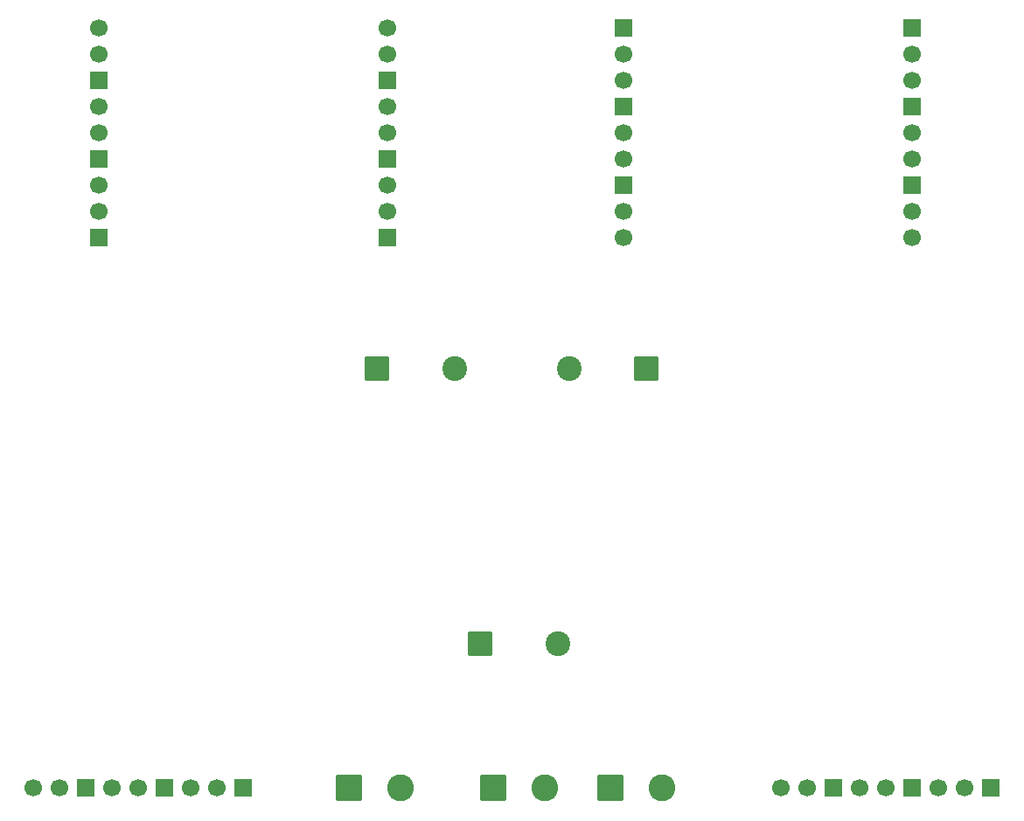
<source format=gbr>
%TF.GenerationSoftware,KiCad,Pcbnew,9.0.4*%
%TF.CreationDate,2025-09-09T23:45:02+02:00*%
%TF.ProjectId,hexapod,68657861-706f-4642-9e6b-696361645f70,rev?*%
%TF.SameCoordinates,Original*%
%TF.FileFunction,Soldermask,Top*%
%TF.FilePolarity,Negative*%
%FSLAX46Y46*%
G04 Gerber Fmt 4.6, Leading zero omitted, Abs format (unit mm)*
G04 Created by KiCad (PCBNEW 9.0.4) date 2025-09-09 23:45:02*
%MOMM*%
%LPD*%
G01*
G04 APERTURE LIST*
G04 Aperture macros list*
%AMRoundRect*
0 Rectangle with rounded corners*
0 $1 Rounding radius*
0 $2 $3 $4 $5 $6 $7 $8 $9 X,Y pos of 4 corners*
0 Add a 4 corners polygon primitive as box body*
4,1,4,$2,$3,$4,$5,$6,$7,$8,$9,$2,$3,0*
0 Add four circle primitives for the rounded corners*
1,1,$1+$1,$2,$3*
1,1,$1+$1,$4,$5*
1,1,$1+$1,$6,$7*
1,1,$1+$1,$8,$9*
0 Add four rect primitives between the rounded corners*
20,1,$1+$1,$2,$3,$4,$5,0*
20,1,$1+$1,$4,$5,$6,$7,0*
20,1,$1+$1,$6,$7,$8,$9,0*
20,1,$1+$1,$8,$9,$2,$3,0*%
G04 Aperture macros list end*
%ADD10R,1.700000X1.700000*%
%ADD11C,1.700000*%
%ADD12RoundRect,0.250000X-1.050000X-1.050000X1.050000X-1.050000X1.050000X1.050000X-1.050000X1.050000X0*%
%ADD13C,2.600000*%
%ADD14RoundRect,0.250001X-0.949999X-0.949999X0.949999X-0.949999X0.949999X0.949999X-0.949999X0.949999X0*%
%ADD15C,2.400000*%
%ADD16RoundRect,0.250001X0.949999X0.949999X-0.949999X0.949999X-0.949999X-0.949999X0.949999X-0.949999X0*%
G04 APERTURE END LIST*
D10*
%TO.C,J14_L_{3}_TIBIA1*%
X148590000Y-125730000D03*
D11*
X146050000Y-125730000D03*
X143510000Y-125730000D03*
%TD*%
D10*
%TO.C,J17_L_{6}_COXA1*%
X213360000Y-67310000D03*
D11*
X213360000Y-69850000D03*
X213360000Y-72390000D03*
%TD*%
D10*
%TO.C,J20_L_{5}_TIBIA1*%
X185420000Y-52070000D03*
D11*
X185420000Y-54610000D03*
X185420000Y-57150000D03*
%TD*%
D12*
%TO.C,J3*%
X172800000Y-125730000D03*
D13*
X177800000Y-125730000D03*
%TD*%
D14*
%TO.C,C1*%
X161587246Y-85090000D03*
D15*
X169087246Y-85090000D03*
%TD*%
D12*
%TO.C,J2*%
X158830000Y-125730000D03*
D13*
X163830000Y-125730000D03*
%TD*%
D10*
%TO.C,J10_L_{3}_COXA1*%
X133350000Y-125730000D03*
D11*
X130810000Y-125730000D03*
X128270000Y-125730000D03*
%TD*%
D10*
%TO.C,J8_L_{2}_FEMUR1*%
X162560000Y-64770000D03*
D11*
X162560000Y-62230000D03*
X162560000Y-59690000D03*
%TD*%
D10*
%TO.C,J13_L_{4}_FEMUR1*%
X213360000Y-125730000D03*
D11*
X210820000Y-125730000D03*
X208280000Y-125730000D03*
%TD*%
D10*
%TO.C,J1_L_{1}_COXA1*%
X134620000Y-72390000D03*
D11*
X134620000Y-69850000D03*
X134620000Y-67310000D03*
%TD*%
D10*
%TO.C,J12_L_{3}_FEMUR1*%
X140970000Y-125730000D03*
D11*
X138430000Y-125730000D03*
X135890000Y-125730000D03*
%TD*%
D12*
%TO.C,J4*%
X184150000Y-125730000D03*
D13*
X189150000Y-125730000D03*
%TD*%
D10*
%TO.C,J16_L_{5}_COXA1*%
X185420000Y-67310000D03*
D11*
X185420000Y-69850000D03*
X185420000Y-72390000D03*
%TD*%
D10*
%TO.C,J11_L_{4}_COXA1*%
X205740000Y-125730000D03*
D11*
X203200000Y-125730000D03*
X200660000Y-125730000D03*
%TD*%
D10*
%TO.C,J6_L_{1}_TIBIA1*%
X134620000Y-57150000D03*
D11*
X134620000Y-54610000D03*
X134620000Y-52070000D03*
%TD*%
D10*
%TO.C,J15_L_{4}_TIBIA1*%
X220980000Y-125730000D03*
D11*
X218440000Y-125730000D03*
X215900000Y-125730000D03*
%TD*%
D10*
%TO.C,J18_L_{5}_FEMUR1*%
X185420000Y-59690000D03*
D11*
X185420000Y-62230000D03*
X185420000Y-64770000D03*
%TD*%
D14*
%TO.C,C2*%
X171570000Y-111760000D03*
D15*
X179070000Y-111760000D03*
%TD*%
D10*
%TO.C,J9_L_{2}_TIBIA1*%
X162560000Y-57150000D03*
D11*
X162560000Y-54610000D03*
X162560000Y-52070000D03*
%TD*%
D10*
%TO.C,J7_L_{2}_COXA1*%
X162560000Y-72390000D03*
D11*
X162560000Y-69850000D03*
X162560000Y-67310000D03*
%TD*%
D10*
%TO.C,J19_L_{6}_FEMUR1*%
X213360000Y-59690000D03*
D11*
X213360000Y-62230000D03*
X213360000Y-64770000D03*
%TD*%
D10*
%TO.C,J5_L_{1}_FEMUR1*%
X134620000Y-64770000D03*
D11*
X134620000Y-62230000D03*
X134620000Y-59690000D03*
%TD*%
D16*
%TO.C,C3*%
X187662755Y-85090000D03*
D15*
X180162755Y-85090000D03*
%TD*%
D10*
%TO.C,J21_L_{6}_TIBIA1*%
X213360000Y-52070000D03*
D11*
X213360000Y-54610000D03*
X213360000Y-57150000D03*
%TD*%
M02*

</source>
